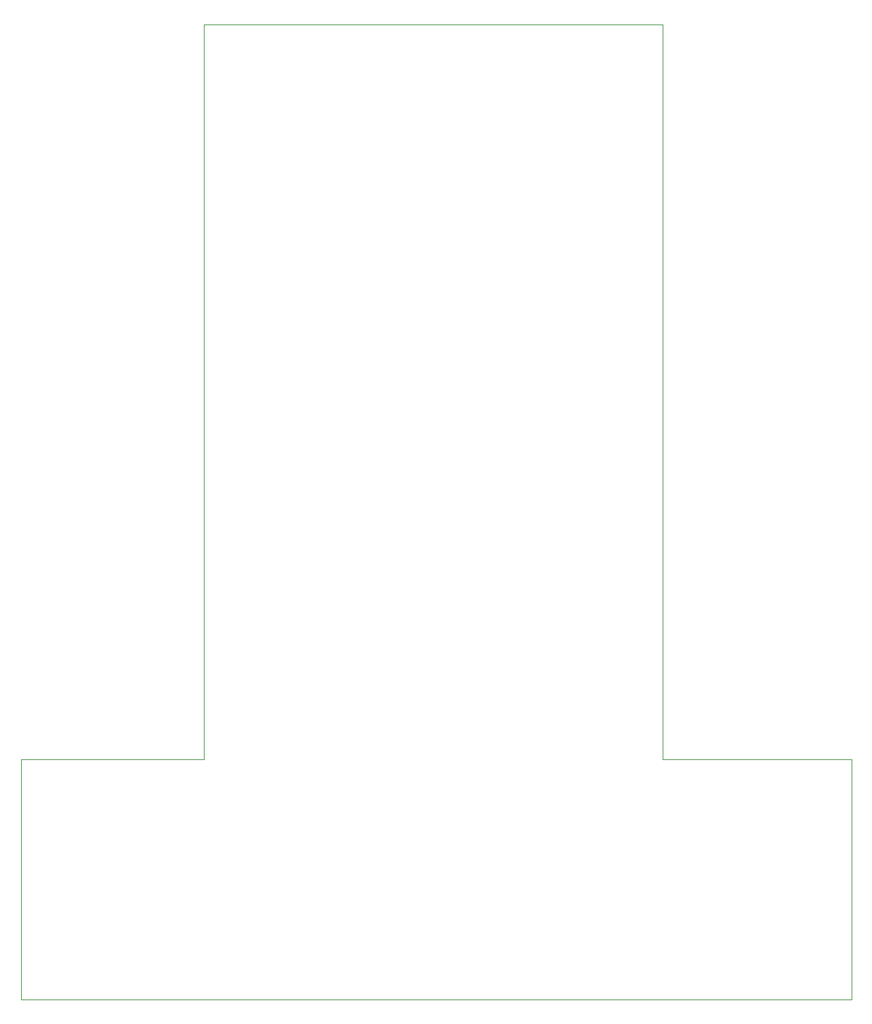
<source format=gm1>
G04 #@! TF.GenerationSoftware,KiCad,Pcbnew,5.1.2*
G04 #@! TF.CreationDate,2019-06-14T00:31:34-07:00*
G04 #@! TF.ProjectId,tinyfpga-raspi-romi-board,74696e79-6670-4676-912d-72617370692d,rev?*
G04 #@! TF.SameCoordinates,Original*
G04 #@! TF.FileFunction,Profile,NP*
%FSLAX46Y46*%
G04 Gerber Fmt 4.6, Leading zero omitted, Abs format (unit mm)*
G04 Created by KiCad (PCBNEW 5.1.2) date 2019-06-14 00:31:34*
%MOMM*%
%LPD*%
G04 APERTURE LIST*
%ADD10C,0.050000*%
G04 APERTURE END LIST*
D10*
X156210000Y-119380000D02*
X156210000Y-149225000D01*
X132715000Y-119380000D02*
X156210000Y-119380000D01*
X132715000Y-27940000D02*
X75565000Y-27940000D01*
X132715000Y-119380000D02*
X132715000Y-27940000D01*
X52765960Y-149225000D02*
X156210000Y-149225000D01*
X52765960Y-119380000D02*
X52765960Y-149225000D01*
X75565000Y-119380000D02*
X52765960Y-119380000D01*
X75565000Y-27940000D02*
X75565000Y-119380000D01*
M02*

</source>
